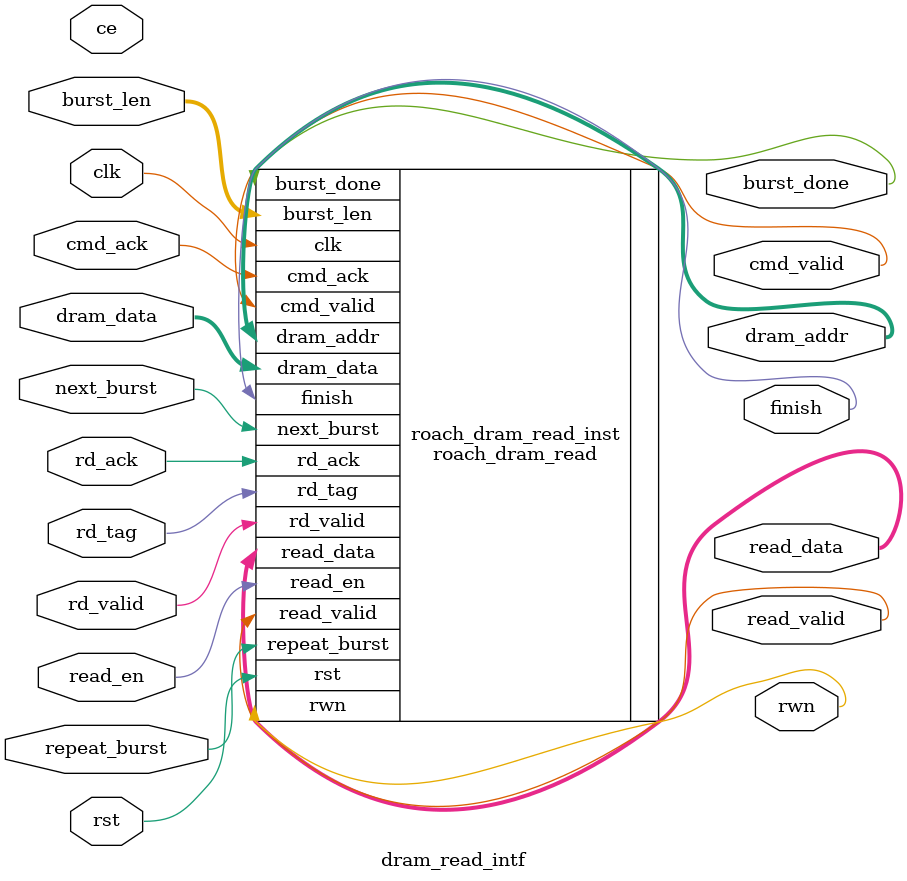
<source format=v>

module dram_read_intf 
 (
    input wire clk,
    input wire ce,
    input wire rst,
    input wire read_en,
    input wire [31:0] burst_len,    //32 words is the minimum recommended
    input wire next_burst,          //rising edge starts a reading of burst_len
    input wire repeat_burst,        
    output wire burst_done,
    output wire finish,
    //goes to input dram
    output wire [24:0] dram_addr,
    output wire rwn, 
    output wire cmd_valid,
    //goes to output dram
    input wire rd_ack,  //dont care
    input wire cmd_ack, //dont care
    input wire [287:0] dram_data,
    input wire rd_tag,  //dont care
    input wire rd_valid,
    //goes to any other module
    output wire [287:0] read_data,
    output wire read_valid
);


roach_dram_read #(
    .ADDR_WIDHT(25)
) roach_dram_read_inst  (
    .clk(clk),
    .rst(rst),
    .read_en(read_en),
    .burst_len(burst_len),
    .next_burst(next_burst),
    .repeat_burst(repeat_burst),        
    .burst_done(burst_done),
    .finish(finish),
    .dram_addr(dram_addr),
    .rwn(rwn), 
    .cmd_valid(cmd_valid),
    .rd_ack(rd_ack),
    .cmd_ack(cmd_ack),
    .dram_data(dram_data),
    .rd_tag(rd_tag),  
    .rd_valid(rd_valid),
    .read_data(read_data),
    .read_valid(read_valid)
);

endmodule

</source>
